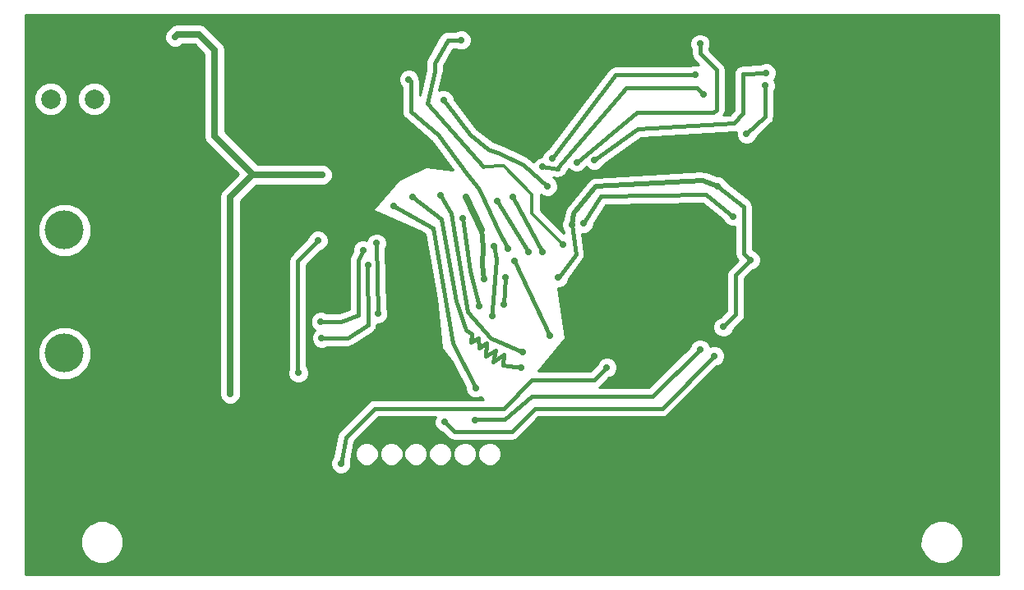
<source format=gbl>
G04 (created by PCBNEW (2013-08-24 BZR 4298)-stable) date Mon 23 Jun 2014 07:33:22 PM PDT*
%MOIN*%
G04 Gerber Fmt 3.4, Leading zero omitted, Abs format*
%FSLAX34Y34*%
G01*
G70*
G90*
G04 APERTURE LIST*
%ADD10C,0.005906*%
%ADD11C,0.078700*%
%ADD12C,0.157480*%
%ADD13C,0.023622*%
%ADD14R,0.098400X0.098400*%
%ADD15C,0.027559*%
%ADD16C,0.015748*%
%ADD17C,0.027559*%
%ADD18C,0.019685*%
%ADD19C,0.009843*%
%ADD20C,0.039370*%
%ADD21C,0.013780*%
%ADD22C,0.010000*%
G04 APERTURE END LIST*
G54D10*
G54D11*
X36890Y-28070D03*
X35118Y-28070D03*
G54D12*
X35681Y-38389D03*
X35681Y-33389D03*
G54D13*
X50003Y-35208D03*
X49703Y-34908D03*
X49703Y-35508D03*
X50303Y-34908D03*
X50303Y-35508D03*
G54D14*
X50003Y-35208D03*
G54D15*
X62401Y-37322D03*
X42401Y-40039D03*
X46141Y-31141D03*
X40157Y-25551D03*
X62165Y-31614D03*
X63502Y-34606D03*
X56259Y-33169D03*
X55712Y-35322D03*
X51968Y-32047D03*
X52598Y-33385D03*
X52685Y-35388D03*
X48389Y-36771D03*
X48334Y-33925D03*
X56732Y-33110D03*
X62795Y-32834D03*
X52503Y-36488D03*
X51822Y-32897D03*
X53937Y-34645D03*
X55381Y-37688D03*
X44724Y-39645D03*
X47755Y-40078D03*
X64803Y-29448D03*
X58385Y-32480D03*
X60551Y-25433D03*
X58267Y-30511D03*
X60905Y-32440D03*
X49527Y-25196D03*
X39133Y-31850D03*
X63897Y-33267D03*
X63858Y-36574D03*
X63740Y-37874D03*
X64173Y-39015D03*
X60118Y-38622D03*
X59291Y-39015D03*
X58346Y-38582D03*
X62598Y-38818D03*
X51614Y-39645D03*
X48228Y-31850D03*
X44724Y-32500D03*
X53110Y-29527D03*
X46889Y-36141D03*
X63582Y-35354D03*
X55118Y-32440D03*
X52322Y-41102D03*
X61456Y-38228D03*
X51102Y-41181D03*
X62047Y-38503D03*
X51062Y-28110D03*
X55275Y-31614D03*
X64133Y-27007D03*
X57165Y-30551D03*
X55078Y-30826D03*
X61614Y-27874D03*
X45960Y-33818D03*
X45165Y-39188D03*
X53484Y-36421D03*
X53562Y-35295D03*
X54275Y-38354D03*
X50944Y-31968D03*
X54200Y-38976D03*
X49814Y-32047D03*
X52362Y-39803D03*
X49035Y-32397D03*
X53031Y-36889D03*
X53110Y-34055D03*
X53858Y-32047D03*
X55078Y-34263D03*
X55472Y-30472D03*
X61259Y-27086D03*
X49645Y-27269D03*
X53661Y-34133D03*
X64094Y-27519D03*
X63346Y-29488D03*
X56456Y-30629D03*
X61456Y-25826D03*
X55905Y-33976D03*
X51771Y-25669D03*
X47783Y-34196D03*
X46074Y-37110D03*
X47984Y-34826D03*
X46114Y-37771D03*
X53228Y-32204D03*
X54507Y-34271D03*
X46889Y-42874D03*
X57677Y-38976D03*
G54D16*
X62913Y-35195D02*
X63502Y-34606D01*
X62913Y-36811D02*
X62913Y-35195D01*
X62401Y-37322D02*
X62913Y-36811D01*
G54D17*
X43346Y-31141D02*
X43307Y-31141D01*
X42401Y-32047D02*
X42401Y-40039D01*
X43307Y-31141D02*
X42401Y-32047D01*
X43346Y-31141D02*
X46141Y-31141D01*
X41771Y-29566D02*
X43346Y-31141D01*
X41771Y-26062D02*
X41771Y-29566D01*
X41141Y-25433D02*
X41771Y-26062D01*
X40275Y-25433D02*
X41141Y-25433D01*
X40157Y-25551D02*
X40275Y-25433D01*
G54D16*
X62165Y-31614D02*
X63228Y-32440D01*
X63228Y-34332D02*
X63502Y-34606D01*
X63228Y-34332D02*
X63228Y-32440D01*
G54D18*
X56259Y-33169D02*
X56338Y-32716D01*
X61574Y-31377D02*
X62165Y-31614D01*
X57244Y-31614D02*
X61574Y-31377D01*
X56338Y-32716D02*
X57244Y-31614D01*
G54D16*
X56417Y-34370D02*
X56259Y-33169D01*
X55732Y-35303D02*
X56417Y-34370D01*
G54D19*
X55712Y-35322D02*
X55732Y-35303D01*
G54D17*
X51968Y-32047D02*
X52598Y-33385D01*
G54D18*
X52657Y-34094D02*
X52598Y-33385D01*
X52637Y-34809D02*
X52657Y-34094D01*
X52685Y-35388D02*
X52637Y-34809D01*
G54D16*
X48334Y-33925D02*
X48389Y-36771D01*
X62795Y-32834D02*
X61692Y-31929D01*
X61692Y-31929D02*
X57440Y-32007D01*
X57440Y-32007D02*
X56732Y-33110D01*
X52503Y-36488D02*
X52129Y-35043D01*
X52129Y-35043D02*
X51822Y-32897D01*
X55381Y-37688D02*
X53937Y-34645D01*
X58346Y-38582D02*
X58377Y-38598D01*
G54D19*
X62598Y-38818D02*
X62598Y-38779D01*
G54D18*
X48228Y-31850D02*
X48228Y-31811D01*
G54D20*
X53110Y-29527D02*
X53129Y-29507D01*
G54D17*
X46889Y-36141D02*
X46889Y-36153D01*
G54D19*
X63582Y-35354D02*
X63582Y-35346D01*
X52362Y-41062D02*
X52322Y-41102D01*
G54D16*
X53543Y-41062D02*
X52362Y-41062D01*
X54645Y-40157D02*
X53543Y-41062D01*
X59527Y-40157D02*
X54645Y-40157D01*
X61456Y-38228D02*
X59527Y-40157D01*
X51496Y-41574D02*
X51102Y-41181D01*
X53818Y-41574D02*
X51496Y-41574D01*
X54763Y-40629D02*
X53818Y-41574D01*
X59921Y-40629D02*
X54763Y-40629D01*
X62047Y-38503D02*
X59921Y-40629D01*
X51062Y-28110D02*
X52125Y-29527D01*
X53346Y-30275D02*
X54291Y-30748D01*
X52874Y-30118D02*
X53346Y-30275D01*
X52125Y-29527D02*
X52874Y-30118D01*
X54291Y-30748D02*
X55275Y-31614D01*
X63188Y-28661D02*
X63197Y-28661D01*
X63188Y-27047D02*
X64133Y-27007D01*
X63197Y-28661D02*
X63188Y-27047D01*
X62834Y-29055D02*
X63188Y-28661D01*
X63188Y-28661D02*
X63203Y-28654D01*
X58937Y-29291D02*
X62834Y-29055D01*
X57165Y-30551D02*
X58937Y-29291D01*
X55708Y-30905D02*
X55708Y-30848D01*
X55078Y-30826D02*
X55708Y-30905D01*
X61338Y-27598D02*
X61614Y-27874D01*
X58464Y-27598D02*
X61338Y-27598D01*
X55708Y-30848D02*
X58464Y-27598D01*
X45122Y-34657D02*
X45960Y-33818D01*
X45122Y-39145D02*
X45122Y-34657D01*
G54D19*
X45165Y-39188D02*
X45122Y-39145D01*
G54D16*
X53484Y-36421D02*
X53562Y-35295D01*
X54275Y-38354D02*
X52980Y-37763D01*
X52980Y-37763D02*
X52043Y-36696D01*
X52043Y-36696D02*
X51484Y-33551D01*
X51377Y-32704D02*
X50944Y-31968D01*
X51484Y-33551D02*
X51377Y-32704D01*
X54200Y-38976D02*
X53452Y-38877D01*
X53452Y-38877D02*
X53500Y-38456D01*
X53500Y-38456D02*
X53070Y-38740D01*
X53070Y-38740D02*
X53149Y-38267D01*
X53149Y-38267D02*
X52755Y-38503D01*
X52755Y-38503D02*
X52799Y-37980D01*
X52799Y-37980D02*
X52503Y-38165D01*
X52503Y-38165D02*
X52476Y-37779D01*
X52476Y-37779D02*
X52165Y-37952D01*
X52165Y-37952D02*
X52204Y-37598D01*
X52204Y-37598D02*
X51968Y-37440D01*
X51968Y-37440D02*
X51562Y-36283D01*
X50972Y-32948D02*
X49814Y-32047D01*
X51562Y-36283D02*
X50972Y-32948D01*
X52362Y-39803D02*
X51421Y-37964D01*
X51421Y-37964D02*
X50629Y-33303D01*
X50629Y-33303D02*
X49035Y-32397D01*
X53110Y-34055D02*
X53114Y-34010D01*
X53114Y-34010D02*
X53188Y-34566D01*
X53188Y-34566D02*
X53031Y-36639D01*
X53031Y-36639D02*
X53031Y-36889D01*
X55078Y-34263D02*
X53858Y-32047D01*
X58031Y-27086D02*
X61259Y-27086D01*
X55472Y-30472D02*
X58031Y-27086D01*
X52480Y-31692D02*
X52047Y-31141D01*
X52047Y-31141D02*
X50826Y-29527D01*
X50826Y-29527D02*
X49724Y-28582D01*
X53267Y-33385D02*
X52598Y-31929D01*
X53661Y-34133D02*
X53267Y-33385D01*
X52598Y-31929D02*
X52480Y-31692D01*
X49724Y-27348D02*
X49724Y-28582D01*
X49724Y-27348D02*
X49645Y-27269D01*
X64094Y-28779D02*
X64094Y-27519D01*
X63346Y-29488D02*
X64094Y-28779D01*
X62125Y-28503D02*
X62125Y-26889D01*
X56456Y-30629D02*
X58897Y-28622D01*
X58897Y-28622D02*
X62007Y-28622D01*
X62007Y-28622D02*
X62125Y-28503D01*
X61456Y-26220D02*
X61456Y-25826D01*
X62125Y-26889D02*
X61456Y-26220D01*
X50688Y-26929D02*
X50688Y-26614D01*
G54D21*
X55905Y-33976D02*
X54645Y-32716D01*
X54645Y-32716D02*
X54645Y-31929D01*
X54645Y-31929D02*
X53503Y-30787D01*
X53503Y-30787D02*
X52677Y-30826D01*
G54D16*
X52677Y-30826D02*
X50393Y-28228D01*
X50393Y-28228D02*
X50688Y-26929D01*
X51220Y-25669D02*
X51771Y-25669D01*
X50688Y-26614D02*
X51220Y-25669D01*
X46905Y-37110D02*
X46074Y-37110D01*
X47586Y-36850D02*
X46905Y-37110D01*
X47586Y-34598D02*
X47586Y-36850D01*
X47783Y-34196D02*
X47586Y-34598D01*
X47173Y-37771D02*
X46114Y-37771D01*
X47988Y-37228D02*
X47173Y-37771D01*
X47968Y-34842D02*
X47988Y-37228D01*
G54D19*
X47984Y-34826D02*
X47968Y-34842D01*
G54D16*
X53228Y-32204D02*
X54507Y-34271D01*
X47086Y-41811D02*
X46889Y-42874D01*
X48267Y-40629D02*
X47086Y-41811D01*
X53503Y-40629D02*
X48267Y-40629D01*
X54645Y-39488D02*
X53503Y-40629D01*
X57165Y-39488D02*
X54645Y-39488D01*
X57677Y-38976D02*
X57165Y-39488D01*
G54D10*
G36*
X73572Y-47390D02*
X72136Y-47390D01*
X72136Y-45889D01*
X72003Y-45566D01*
X71757Y-45320D01*
X71435Y-45186D01*
X71086Y-45186D01*
X70763Y-45319D01*
X70516Y-45565D01*
X70383Y-45887D01*
X70382Y-46236D01*
X70516Y-46558D01*
X70762Y-46805D01*
X71084Y-46939D01*
X71433Y-46939D01*
X71755Y-46806D01*
X72002Y-46560D01*
X72136Y-46238D01*
X72136Y-45889D01*
X72136Y-47390D01*
X64557Y-47390D01*
X64557Y-26923D01*
X64493Y-26768D01*
X64374Y-26648D01*
X64218Y-26583D01*
X64049Y-26583D01*
X63893Y-26648D01*
X63889Y-26652D01*
X63173Y-26682D01*
X63110Y-26697D01*
X63047Y-26710D01*
X63041Y-26714D01*
X63035Y-26716D01*
X62983Y-26754D01*
X62929Y-26790D01*
X62925Y-26796D01*
X62920Y-26800D01*
X62886Y-26855D01*
X62851Y-26909D01*
X62849Y-26915D01*
X62846Y-26921D01*
X62836Y-26985D01*
X62824Y-27049D01*
X62831Y-28513D01*
X62663Y-28699D01*
X62415Y-28714D01*
X62463Y-28643D01*
X62463Y-28643D01*
X62490Y-28503D01*
X62490Y-26889D01*
X62463Y-26750D01*
X62463Y-26750D01*
X62384Y-26631D01*
X61821Y-26069D01*
X61821Y-26053D01*
X61880Y-25911D01*
X61880Y-25742D01*
X61816Y-25586D01*
X61697Y-25467D01*
X61541Y-25402D01*
X61372Y-25402D01*
X61216Y-25467D01*
X61097Y-25586D01*
X61032Y-25742D01*
X61032Y-25910D01*
X61091Y-26053D01*
X61091Y-26220D01*
X61119Y-26360D01*
X61198Y-26478D01*
X61409Y-26689D01*
X61344Y-26662D01*
X61175Y-26662D01*
X61032Y-26721D01*
X58031Y-26721D01*
X58006Y-26726D01*
X57981Y-26725D01*
X57937Y-26740D01*
X57891Y-26749D01*
X57870Y-26763D01*
X57846Y-26771D01*
X57812Y-26802D01*
X57773Y-26828D01*
X57759Y-26849D01*
X57740Y-26866D01*
X55311Y-30080D01*
X55232Y-30112D01*
X55113Y-30231D01*
X55048Y-30387D01*
X55048Y-30402D01*
X54994Y-30402D01*
X54838Y-30467D01*
X54719Y-30586D01*
X54703Y-30624D01*
X54532Y-30474D01*
X54491Y-30450D01*
X54454Y-30421D01*
X53509Y-29949D01*
X53484Y-29942D01*
X53461Y-29929D01*
X53050Y-29792D01*
X52389Y-29270D01*
X51487Y-28067D01*
X51487Y-28026D01*
X51422Y-27870D01*
X51303Y-27750D01*
X51147Y-27686D01*
X50979Y-27686D01*
X50881Y-27726D01*
X51044Y-27009D01*
X51045Y-26969D01*
X51053Y-26929D01*
X51053Y-26709D01*
X51433Y-26034D01*
X51544Y-26034D01*
X51686Y-26093D01*
X51855Y-26093D01*
X52011Y-26028D01*
X52130Y-25909D01*
X52195Y-25754D01*
X52195Y-25585D01*
X52131Y-25429D01*
X52012Y-25310D01*
X51856Y-25245D01*
X51687Y-25245D01*
X51544Y-25304D01*
X51220Y-25304D01*
X51171Y-25314D01*
X51122Y-25317D01*
X51102Y-25327D01*
X51080Y-25332D01*
X51039Y-25359D01*
X50995Y-25382D01*
X50980Y-25398D01*
X50962Y-25411D01*
X50934Y-25452D01*
X50902Y-25490D01*
X50370Y-26435D01*
X50363Y-26456D01*
X50351Y-26474D01*
X50341Y-26523D01*
X50325Y-26570D01*
X50327Y-26592D01*
X50323Y-26614D01*
X50323Y-26888D01*
X50089Y-27920D01*
X50089Y-27348D01*
X50069Y-27249D01*
X50069Y-27249D01*
X50069Y-27185D01*
X50005Y-27029D01*
X49886Y-26910D01*
X49730Y-26845D01*
X49561Y-26845D01*
X49405Y-26910D01*
X49286Y-27029D01*
X49221Y-27184D01*
X49221Y-27353D01*
X49285Y-27509D01*
X49359Y-27583D01*
X49359Y-28582D01*
X49362Y-28596D01*
X49360Y-28610D01*
X49376Y-28665D01*
X49387Y-28722D01*
X49395Y-28734D01*
X49398Y-28747D01*
X49434Y-28792D01*
X49466Y-28840D01*
X49478Y-28848D01*
X49486Y-28859D01*
X50559Y-29779D01*
X51432Y-30933D01*
X50344Y-30795D01*
X49222Y-31356D01*
X48173Y-32564D01*
X50122Y-33434D01*
X50299Y-33534D01*
X50750Y-36194D01*
X50959Y-38189D01*
X51404Y-38733D01*
X51938Y-39775D01*
X51938Y-39887D01*
X52002Y-40043D01*
X52121Y-40162D01*
X52277Y-40227D01*
X52446Y-40227D01*
X52582Y-40170D01*
X52660Y-40264D01*
X48813Y-40264D01*
X48813Y-36687D01*
X48750Y-36533D01*
X48703Y-34141D01*
X48758Y-34009D01*
X48758Y-33841D01*
X48694Y-33685D01*
X48575Y-33565D01*
X48419Y-33501D01*
X48250Y-33501D01*
X48094Y-33565D01*
X47975Y-33684D01*
X47928Y-33797D01*
X47868Y-33772D01*
X47699Y-33772D01*
X47543Y-33837D01*
X47424Y-33956D01*
X47359Y-34112D01*
X47359Y-34232D01*
X47258Y-34437D01*
X47255Y-34449D01*
X47249Y-34458D01*
X47237Y-34517D01*
X47222Y-34575D01*
X47223Y-34586D01*
X47221Y-34598D01*
X47221Y-36599D01*
X46838Y-36745D01*
X46565Y-36745D01*
X46565Y-31057D01*
X46501Y-30901D01*
X46382Y-30782D01*
X46226Y-30717D01*
X46057Y-30717D01*
X46057Y-30717D01*
X43522Y-30717D01*
X42195Y-29391D01*
X42195Y-26062D01*
X42163Y-25900D01*
X42071Y-25763D01*
X41441Y-25133D01*
X41303Y-25041D01*
X41141Y-25009D01*
X40275Y-25009D01*
X40113Y-25041D01*
X39975Y-25133D01*
X39857Y-25251D01*
X39798Y-25310D01*
X39733Y-25466D01*
X39733Y-25635D01*
X39797Y-25791D01*
X39916Y-25910D01*
X39995Y-25942D01*
X40072Y-25975D01*
X40157Y-25975D01*
X40241Y-25975D01*
X40319Y-25942D01*
X40397Y-25910D01*
X40451Y-25857D01*
X40966Y-25857D01*
X41347Y-26238D01*
X41347Y-29566D01*
X41379Y-29729D01*
X41471Y-29866D01*
X42727Y-31122D01*
X42101Y-31747D01*
X42009Y-31884D01*
X41977Y-32047D01*
X41977Y-40039D01*
X41977Y-40123D01*
X42041Y-40279D01*
X42161Y-40398D01*
X42239Y-40431D01*
X42316Y-40463D01*
X42401Y-40463D01*
X42485Y-40463D01*
X42563Y-40431D01*
X42641Y-40399D01*
X42701Y-40339D01*
X42760Y-40279D01*
X42793Y-40201D01*
X42825Y-40124D01*
X42825Y-40039D01*
X42825Y-39955D01*
X42825Y-39955D01*
X42825Y-32222D01*
X43482Y-31565D01*
X46141Y-31565D01*
X46141Y-31565D01*
X46225Y-31565D01*
X46303Y-31533D01*
X46381Y-31501D01*
X46441Y-31441D01*
X46500Y-31382D01*
X46533Y-31303D01*
X46565Y-31226D01*
X46565Y-31141D01*
X46565Y-31057D01*
X46565Y-36745D01*
X46384Y-36745D01*
X46384Y-33734D01*
X46320Y-33579D01*
X46201Y-33459D01*
X46045Y-33394D01*
X45876Y-33394D01*
X45720Y-33459D01*
X45601Y-33578D01*
X45541Y-33721D01*
X44863Y-34399D01*
X44784Y-34517D01*
X44757Y-34657D01*
X44757Y-39066D01*
X44741Y-39104D01*
X44741Y-39272D01*
X44805Y-39428D01*
X44924Y-39548D01*
X45080Y-39612D01*
X45249Y-39613D01*
X45405Y-39548D01*
X45524Y-39429D01*
X45589Y-39273D01*
X45589Y-39105D01*
X45525Y-38949D01*
X45487Y-38911D01*
X45487Y-34808D01*
X46058Y-34237D01*
X46200Y-34178D01*
X46319Y-34059D01*
X46384Y-33903D01*
X46384Y-33734D01*
X46384Y-36745D01*
X46301Y-36745D01*
X46159Y-36686D01*
X45990Y-36686D01*
X45834Y-36750D01*
X45715Y-36869D01*
X45650Y-37025D01*
X45650Y-37194D01*
X45715Y-37350D01*
X45825Y-37460D01*
X45754Y-37531D01*
X45690Y-37686D01*
X45690Y-37855D01*
X45754Y-38011D01*
X45873Y-38130D01*
X46029Y-38195D01*
X46198Y-38195D01*
X46341Y-38136D01*
X47173Y-38136D01*
X47208Y-38129D01*
X47244Y-38129D01*
X47277Y-38115D01*
X47312Y-38108D01*
X47342Y-38088D01*
X47375Y-38075D01*
X48190Y-37532D01*
X48217Y-37505D01*
X48248Y-37484D01*
X48267Y-37455D01*
X48291Y-37431D01*
X48305Y-37396D01*
X48326Y-37365D01*
X48332Y-37331D01*
X48346Y-37299D01*
X48346Y-37262D01*
X48353Y-37225D01*
X48352Y-37195D01*
X48473Y-37195D01*
X48629Y-37131D01*
X48749Y-37012D01*
X48813Y-36856D01*
X48813Y-36687D01*
X48813Y-40264D01*
X48267Y-40264D01*
X48128Y-40292D01*
X48009Y-40371D01*
X46828Y-41552D01*
X46807Y-41584D01*
X46780Y-41612D01*
X46768Y-41643D01*
X46749Y-41671D01*
X46741Y-41708D01*
X46727Y-41744D01*
X46570Y-42593D01*
X46530Y-42633D01*
X46465Y-42789D01*
X46465Y-42957D01*
X46530Y-43113D01*
X46649Y-43233D01*
X46805Y-43297D01*
X46973Y-43298D01*
X47129Y-43233D01*
X47249Y-43114D01*
X47313Y-42958D01*
X47313Y-42790D01*
X47288Y-42727D01*
X47424Y-41988D01*
X48418Y-40994D01*
X50720Y-40994D01*
X50678Y-41096D01*
X50678Y-41265D01*
X50742Y-41420D01*
X50861Y-41540D01*
X51004Y-41599D01*
X51237Y-41832D01*
X51356Y-41911D01*
X51356Y-41911D01*
X51496Y-41939D01*
X53818Y-41939D01*
X53958Y-41911D01*
X53958Y-41911D01*
X54076Y-41832D01*
X54914Y-40994D01*
X59921Y-40994D01*
X60060Y-40967D01*
X60060Y-40967D01*
X60179Y-40887D01*
X62144Y-38922D01*
X62287Y-38863D01*
X62406Y-38744D01*
X62471Y-38588D01*
X62471Y-38419D01*
X62406Y-38264D01*
X62287Y-38144D01*
X62131Y-38079D01*
X61963Y-38079D01*
X61870Y-38118D01*
X61816Y-37988D01*
X61697Y-37869D01*
X61541Y-37804D01*
X61372Y-37804D01*
X61216Y-37868D01*
X61097Y-37987D01*
X61038Y-38130D01*
X59376Y-39792D01*
X57354Y-39792D01*
X57423Y-39746D01*
X57774Y-39394D01*
X57917Y-39336D01*
X58036Y-39216D01*
X58101Y-39061D01*
X58101Y-38892D01*
X58036Y-38736D01*
X57917Y-38617D01*
X57761Y-38552D01*
X57593Y-38552D01*
X57437Y-38616D01*
X57317Y-38735D01*
X57258Y-38878D01*
X57014Y-39123D01*
X54892Y-39123D01*
X55984Y-37793D01*
X55697Y-35746D01*
X55796Y-35746D01*
X55952Y-35682D01*
X56071Y-35563D01*
X56136Y-35407D01*
X56136Y-35369D01*
X56711Y-34586D01*
X56739Y-34525D01*
X56769Y-34464D01*
X56770Y-34460D01*
X56771Y-34457D01*
X56774Y-34389D01*
X56779Y-34322D01*
X56675Y-33534D01*
X56816Y-33534D01*
X56972Y-33469D01*
X57091Y-33350D01*
X57156Y-33194D01*
X57156Y-33125D01*
X57642Y-32369D01*
X61565Y-32296D01*
X62396Y-32979D01*
X62435Y-33074D01*
X62554Y-33193D01*
X62710Y-33258D01*
X62863Y-33258D01*
X62863Y-34332D01*
X62891Y-34471D01*
X62970Y-34590D01*
X62986Y-34606D01*
X62655Y-34937D01*
X62576Y-35055D01*
X62548Y-35195D01*
X62548Y-36659D01*
X62303Y-36904D01*
X62161Y-36963D01*
X62042Y-37082D01*
X61977Y-37238D01*
X61977Y-37406D01*
X62041Y-37562D01*
X62161Y-37682D01*
X62316Y-37746D01*
X62485Y-37746D01*
X62641Y-37682D01*
X62760Y-37563D01*
X62820Y-37420D01*
X63171Y-37069D01*
X63250Y-36950D01*
X63250Y-36950D01*
X63278Y-36811D01*
X63278Y-35346D01*
X63600Y-35024D01*
X63742Y-34966D01*
X63861Y-34846D01*
X63926Y-34691D01*
X63926Y-34522D01*
X63862Y-34366D01*
X63743Y-34247D01*
X63600Y-34187D01*
X63593Y-34180D01*
X63593Y-32440D01*
X63588Y-32418D01*
X63590Y-32395D01*
X63575Y-32349D01*
X63565Y-32301D01*
X63552Y-32282D01*
X63545Y-32260D01*
X63513Y-32223D01*
X63486Y-32182D01*
X63467Y-32170D01*
X63452Y-32152D01*
X62559Y-31458D01*
X62525Y-31374D01*
X62405Y-31254D01*
X62250Y-31190D01*
X62140Y-31190D01*
X61717Y-31020D01*
X61709Y-31019D01*
X61702Y-31015D01*
X61636Y-31005D01*
X61570Y-30993D01*
X61562Y-30995D01*
X61553Y-30993D01*
X57223Y-31230D01*
X57214Y-31232D01*
X57206Y-31231D01*
X57142Y-31250D01*
X57077Y-31267D01*
X57071Y-31272D01*
X57062Y-31274D01*
X57011Y-31317D01*
X56957Y-31357D01*
X56953Y-31364D01*
X56946Y-31370D01*
X56041Y-32472D01*
X56030Y-32493D01*
X56013Y-32510D01*
X55995Y-32558D01*
X55970Y-32604D01*
X55968Y-32628D01*
X55959Y-32650D01*
X55913Y-32915D01*
X55900Y-32928D01*
X55835Y-33084D01*
X55835Y-33253D01*
X55900Y-33409D01*
X55926Y-33435D01*
X55935Y-33504D01*
X55000Y-32569D01*
X55000Y-31939D01*
X55035Y-31973D01*
X55190Y-32038D01*
X55359Y-32038D01*
X55515Y-31973D01*
X55634Y-31854D01*
X55699Y-31698D01*
X55699Y-31530D01*
X55635Y-31374D01*
X55516Y-31254D01*
X55496Y-31246D01*
X55663Y-31267D01*
X55686Y-31266D01*
X55708Y-31270D01*
X55756Y-31260D01*
X55805Y-31257D01*
X55825Y-31247D01*
X55848Y-31242D01*
X55888Y-31215D01*
X55932Y-31193D01*
X55947Y-31176D01*
X55966Y-31163D01*
X55993Y-31122D01*
X56025Y-31085D01*
X56033Y-31064D01*
X56045Y-31045D01*
X56053Y-31005D01*
X56135Y-30908D01*
X56216Y-30989D01*
X56371Y-31053D01*
X56540Y-31054D01*
X56696Y-30989D01*
X56815Y-30870D01*
X56836Y-30821D01*
X56924Y-30910D01*
X57080Y-30975D01*
X57249Y-30975D01*
X57405Y-30910D01*
X57524Y-30791D01*
X57552Y-30723D01*
X59063Y-29649D01*
X62856Y-29419D01*
X62923Y-29401D01*
X62922Y-29403D01*
X62922Y-29572D01*
X62986Y-29728D01*
X63105Y-29847D01*
X63261Y-29912D01*
X63430Y-29912D01*
X63586Y-29847D01*
X63705Y-29728D01*
X63759Y-29599D01*
X64345Y-29044D01*
X64348Y-29040D01*
X64352Y-29037D01*
X64389Y-28982D01*
X64427Y-28928D01*
X64428Y-28923D01*
X64431Y-28919D01*
X64444Y-28854D01*
X64459Y-28789D01*
X64458Y-28784D01*
X64459Y-28779D01*
X64459Y-27746D01*
X64518Y-27604D01*
X64518Y-27435D01*
X64456Y-27285D01*
X64493Y-27248D01*
X64557Y-27092D01*
X64557Y-26923D01*
X64557Y-47390D01*
X53408Y-47390D01*
X53408Y-42384D01*
X53334Y-42207D01*
X53199Y-42071D01*
X53021Y-41997D01*
X52829Y-41997D01*
X52651Y-42070D01*
X52515Y-42206D01*
X52442Y-42383D01*
X52441Y-42575D01*
X52515Y-42753D01*
X52651Y-42889D01*
X52828Y-42963D01*
X53020Y-42963D01*
X53198Y-42890D01*
X53334Y-42754D01*
X53408Y-42576D01*
X53408Y-42384D01*
X53408Y-47390D01*
X52408Y-47390D01*
X52408Y-42384D01*
X52334Y-42207D01*
X52199Y-42071D01*
X52021Y-41997D01*
X51829Y-41997D01*
X51651Y-42070D01*
X51515Y-42206D01*
X51442Y-42383D01*
X51441Y-42575D01*
X51515Y-42753D01*
X51651Y-42889D01*
X51828Y-42963D01*
X52020Y-42963D01*
X52198Y-42890D01*
X52334Y-42754D01*
X52408Y-42576D01*
X52408Y-42384D01*
X52408Y-47390D01*
X51412Y-47390D01*
X51412Y-42384D01*
X51338Y-42207D01*
X51203Y-42071D01*
X51025Y-41997D01*
X50833Y-41997D01*
X50655Y-42070D01*
X50519Y-42206D01*
X50446Y-42383D01*
X50445Y-42575D01*
X50519Y-42753D01*
X50655Y-42889D01*
X50832Y-42963D01*
X51024Y-42963D01*
X51202Y-42890D01*
X51338Y-42754D01*
X51412Y-42576D01*
X51412Y-42384D01*
X51412Y-47390D01*
X50412Y-47390D01*
X50412Y-42384D01*
X50338Y-42207D01*
X50203Y-42071D01*
X50025Y-41997D01*
X49833Y-41997D01*
X49655Y-42070D01*
X49519Y-42206D01*
X49446Y-42383D01*
X49445Y-42575D01*
X49519Y-42753D01*
X49655Y-42889D01*
X49832Y-42963D01*
X50024Y-42963D01*
X50202Y-42890D01*
X50338Y-42754D01*
X50412Y-42576D01*
X50412Y-42384D01*
X50412Y-47390D01*
X49416Y-47390D01*
X49416Y-42384D01*
X49342Y-42207D01*
X49207Y-42071D01*
X49029Y-41997D01*
X48837Y-41997D01*
X48659Y-42070D01*
X48523Y-42206D01*
X48450Y-42383D01*
X48449Y-42575D01*
X48523Y-42753D01*
X48659Y-42889D01*
X48836Y-42963D01*
X49028Y-42963D01*
X49206Y-42890D01*
X49342Y-42754D01*
X49416Y-42576D01*
X49416Y-42384D01*
X49416Y-47390D01*
X48416Y-47390D01*
X48416Y-42384D01*
X48342Y-42207D01*
X48207Y-42071D01*
X48029Y-41997D01*
X47837Y-41997D01*
X47659Y-42070D01*
X47523Y-42206D01*
X47450Y-42383D01*
X47449Y-42575D01*
X47523Y-42753D01*
X47659Y-42889D01*
X47836Y-42963D01*
X48028Y-42963D01*
X48206Y-42890D01*
X48342Y-42754D01*
X48416Y-42576D01*
X48416Y-42384D01*
X48416Y-47390D01*
X38081Y-47390D01*
X38081Y-45889D01*
X37948Y-45566D01*
X37702Y-45320D01*
X37569Y-45265D01*
X37569Y-27936D01*
X37466Y-27686D01*
X37275Y-27494D01*
X37025Y-27391D01*
X36755Y-27391D01*
X36505Y-27494D01*
X36314Y-27685D01*
X36210Y-27935D01*
X36210Y-28205D01*
X36313Y-28455D01*
X36504Y-28646D01*
X36754Y-28750D01*
X37024Y-28750D01*
X37274Y-28647D01*
X37465Y-28456D01*
X37569Y-28206D01*
X37569Y-27936D01*
X37569Y-45265D01*
X37379Y-45186D01*
X37031Y-45186D01*
X36754Y-45300D01*
X36754Y-38177D01*
X36754Y-33177D01*
X36591Y-32782D01*
X36290Y-32480D01*
X35895Y-32316D01*
X35797Y-32316D01*
X35797Y-27936D01*
X35694Y-27686D01*
X35503Y-27494D01*
X35253Y-27391D01*
X34983Y-27391D01*
X34733Y-27494D01*
X34542Y-27685D01*
X34438Y-27935D01*
X34438Y-28205D01*
X34541Y-28455D01*
X34732Y-28646D01*
X34982Y-28750D01*
X35252Y-28750D01*
X35502Y-28647D01*
X35693Y-28456D01*
X35797Y-28206D01*
X35797Y-27936D01*
X35797Y-32316D01*
X35468Y-32315D01*
X35073Y-32479D01*
X34771Y-32780D01*
X34607Y-33175D01*
X34607Y-33602D01*
X34770Y-33997D01*
X35072Y-34299D01*
X35466Y-34463D01*
X35893Y-34463D01*
X36288Y-34300D01*
X36590Y-33998D01*
X36754Y-33604D01*
X36754Y-33177D01*
X36754Y-38177D01*
X36591Y-37782D01*
X36290Y-37480D01*
X35895Y-37316D01*
X35468Y-37315D01*
X35073Y-37479D01*
X34771Y-37780D01*
X34607Y-38175D01*
X34607Y-38602D01*
X34770Y-38997D01*
X35072Y-39299D01*
X35466Y-39463D01*
X35893Y-39463D01*
X36288Y-39300D01*
X36590Y-38998D01*
X36754Y-38604D01*
X36754Y-38177D01*
X36754Y-45300D01*
X36708Y-45319D01*
X36461Y-45565D01*
X36328Y-45887D01*
X36327Y-46236D01*
X36461Y-46558D01*
X36707Y-46805D01*
X37029Y-46939D01*
X37378Y-46939D01*
X37700Y-46806D01*
X37947Y-46560D01*
X38081Y-46238D01*
X38081Y-45889D01*
X38081Y-47390D01*
X34105Y-47390D01*
X34105Y-24656D01*
X73572Y-24656D01*
X73572Y-47390D01*
X73572Y-47390D01*
G37*
G54D22*
X73572Y-47390D02*
X72136Y-47390D01*
X72136Y-45889D01*
X72003Y-45566D01*
X71757Y-45320D01*
X71435Y-45186D01*
X71086Y-45186D01*
X70763Y-45319D01*
X70516Y-45565D01*
X70383Y-45887D01*
X70382Y-46236D01*
X70516Y-46558D01*
X70762Y-46805D01*
X71084Y-46939D01*
X71433Y-46939D01*
X71755Y-46806D01*
X72002Y-46560D01*
X72136Y-46238D01*
X72136Y-45889D01*
X72136Y-47390D01*
X64557Y-47390D01*
X64557Y-26923D01*
X64493Y-26768D01*
X64374Y-26648D01*
X64218Y-26583D01*
X64049Y-26583D01*
X63893Y-26648D01*
X63889Y-26652D01*
X63173Y-26682D01*
X63110Y-26697D01*
X63047Y-26710D01*
X63041Y-26714D01*
X63035Y-26716D01*
X62983Y-26754D01*
X62929Y-26790D01*
X62925Y-26796D01*
X62920Y-26800D01*
X62886Y-26855D01*
X62851Y-26909D01*
X62849Y-26915D01*
X62846Y-26921D01*
X62836Y-26985D01*
X62824Y-27049D01*
X62831Y-28513D01*
X62663Y-28699D01*
X62415Y-28714D01*
X62463Y-28643D01*
X62463Y-28643D01*
X62490Y-28503D01*
X62490Y-26889D01*
X62463Y-26750D01*
X62463Y-26750D01*
X62384Y-26631D01*
X61821Y-26069D01*
X61821Y-26053D01*
X61880Y-25911D01*
X61880Y-25742D01*
X61816Y-25586D01*
X61697Y-25467D01*
X61541Y-25402D01*
X61372Y-25402D01*
X61216Y-25467D01*
X61097Y-25586D01*
X61032Y-25742D01*
X61032Y-25910D01*
X61091Y-26053D01*
X61091Y-26220D01*
X61119Y-26360D01*
X61198Y-26478D01*
X61409Y-26689D01*
X61344Y-26662D01*
X61175Y-26662D01*
X61032Y-26721D01*
X58031Y-26721D01*
X58006Y-26726D01*
X57981Y-26725D01*
X57937Y-26740D01*
X57891Y-26749D01*
X57870Y-26763D01*
X57846Y-26771D01*
X57812Y-26802D01*
X57773Y-26828D01*
X57759Y-26849D01*
X57740Y-26866D01*
X55311Y-30080D01*
X55232Y-30112D01*
X55113Y-30231D01*
X55048Y-30387D01*
X55048Y-30402D01*
X54994Y-30402D01*
X54838Y-30467D01*
X54719Y-30586D01*
X54703Y-30624D01*
X54532Y-30474D01*
X54491Y-30450D01*
X54454Y-30421D01*
X53509Y-29949D01*
X53484Y-29942D01*
X53461Y-29929D01*
X53050Y-29792D01*
X52389Y-29270D01*
X51487Y-28067D01*
X51487Y-28026D01*
X51422Y-27870D01*
X51303Y-27750D01*
X51147Y-27686D01*
X50979Y-27686D01*
X50881Y-27726D01*
X51044Y-27009D01*
X51045Y-26969D01*
X51053Y-26929D01*
X51053Y-26709D01*
X51433Y-26034D01*
X51544Y-26034D01*
X51686Y-26093D01*
X51855Y-26093D01*
X52011Y-26028D01*
X52130Y-25909D01*
X52195Y-25754D01*
X52195Y-25585D01*
X52131Y-25429D01*
X52012Y-25310D01*
X51856Y-25245D01*
X51687Y-25245D01*
X51544Y-25304D01*
X51220Y-25304D01*
X51171Y-25314D01*
X51122Y-25317D01*
X51102Y-25327D01*
X51080Y-25332D01*
X51039Y-25359D01*
X50995Y-25382D01*
X50980Y-25398D01*
X50962Y-25411D01*
X50934Y-25452D01*
X50902Y-25490D01*
X50370Y-26435D01*
X50363Y-26456D01*
X50351Y-26474D01*
X50341Y-26523D01*
X50325Y-26570D01*
X50327Y-26592D01*
X50323Y-26614D01*
X50323Y-26888D01*
X50089Y-27920D01*
X50089Y-27348D01*
X50069Y-27249D01*
X50069Y-27249D01*
X50069Y-27185D01*
X50005Y-27029D01*
X49886Y-26910D01*
X49730Y-26845D01*
X49561Y-26845D01*
X49405Y-26910D01*
X49286Y-27029D01*
X49221Y-27184D01*
X49221Y-27353D01*
X49285Y-27509D01*
X49359Y-27583D01*
X49359Y-28582D01*
X49362Y-28596D01*
X49360Y-28610D01*
X49376Y-28665D01*
X49387Y-28722D01*
X49395Y-28734D01*
X49398Y-28747D01*
X49434Y-28792D01*
X49466Y-28840D01*
X49478Y-28848D01*
X49486Y-28859D01*
X50559Y-29779D01*
X51432Y-30933D01*
X50344Y-30795D01*
X49222Y-31356D01*
X48173Y-32564D01*
X50122Y-33434D01*
X50299Y-33534D01*
X50750Y-36194D01*
X50959Y-38189D01*
X51404Y-38733D01*
X51938Y-39775D01*
X51938Y-39887D01*
X52002Y-40043D01*
X52121Y-40162D01*
X52277Y-40227D01*
X52446Y-40227D01*
X52582Y-40170D01*
X52660Y-40264D01*
X48813Y-40264D01*
X48813Y-36687D01*
X48750Y-36533D01*
X48703Y-34141D01*
X48758Y-34009D01*
X48758Y-33841D01*
X48694Y-33685D01*
X48575Y-33565D01*
X48419Y-33501D01*
X48250Y-33501D01*
X48094Y-33565D01*
X47975Y-33684D01*
X47928Y-33797D01*
X47868Y-33772D01*
X47699Y-33772D01*
X47543Y-33837D01*
X47424Y-33956D01*
X47359Y-34112D01*
X47359Y-34232D01*
X47258Y-34437D01*
X47255Y-34449D01*
X47249Y-34458D01*
X47237Y-34517D01*
X47222Y-34575D01*
X47223Y-34586D01*
X47221Y-34598D01*
X47221Y-36599D01*
X46838Y-36745D01*
X46565Y-36745D01*
X46565Y-31057D01*
X46501Y-30901D01*
X46382Y-30782D01*
X46226Y-30717D01*
X46057Y-30717D01*
X46057Y-30717D01*
X43522Y-30717D01*
X42195Y-29391D01*
X42195Y-26062D01*
X42163Y-25900D01*
X42071Y-25763D01*
X41441Y-25133D01*
X41303Y-25041D01*
X41141Y-25009D01*
X40275Y-25009D01*
X40113Y-25041D01*
X39975Y-25133D01*
X39857Y-25251D01*
X39798Y-25310D01*
X39733Y-25466D01*
X39733Y-25635D01*
X39797Y-25791D01*
X39916Y-25910D01*
X39995Y-25942D01*
X40072Y-25975D01*
X40157Y-25975D01*
X40241Y-25975D01*
X40319Y-25942D01*
X40397Y-25910D01*
X40451Y-25857D01*
X40966Y-25857D01*
X41347Y-26238D01*
X41347Y-29566D01*
X41379Y-29729D01*
X41471Y-29866D01*
X42727Y-31122D01*
X42101Y-31747D01*
X42009Y-31884D01*
X41977Y-32047D01*
X41977Y-40039D01*
X41977Y-40123D01*
X42041Y-40279D01*
X42161Y-40398D01*
X42239Y-40431D01*
X42316Y-40463D01*
X42401Y-40463D01*
X42485Y-40463D01*
X42563Y-40431D01*
X42641Y-40399D01*
X42701Y-40339D01*
X42760Y-40279D01*
X42793Y-40201D01*
X42825Y-40124D01*
X42825Y-40039D01*
X42825Y-39955D01*
X42825Y-39955D01*
X42825Y-32222D01*
X43482Y-31565D01*
X46141Y-31565D01*
X46141Y-31565D01*
X46225Y-31565D01*
X46303Y-31533D01*
X46381Y-31501D01*
X46441Y-31441D01*
X46500Y-31382D01*
X46533Y-31303D01*
X46565Y-31226D01*
X46565Y-31141D01*
X46565Y-31057D01*
X46565Y-36745D01*
X46384Y-36745D01*
X46384Y-33734D01*
X46320Y-33579D01*
X46201Y-33459D01*
X46045Y-33394D01*
X45876Y-33394D01*
X45720Y-33459D01*
X45601Y-33578D01*
X45541Y-33721D01*
X44863Y-34399D01*
X44784Y-34517D01*
X44757Y-34657D01*
X44757Y-39066D01*
X44741Y-39104D01*
X44741Y-39272D01*
X44805Y-39428D01*
X44924Y-39548D01*
X45080Y-39612D01*
X45249Y-39613D01*
X45405Y-39548D01*
X45524Y-39429D01*
X45589Y-39273D01*
X45589Y-39105D01*
X45525Y-38949D01*
X45487Y-38911D01*
X45487Y-34808D01*
X46058Y-34237D01*
X46200Y-34178D01*
X46319Y-34059D01*
X46384Y-33903D01*
X46384Y-33734D01*
X46384Y-36745D01*
X46301Y-36745D01*
X46159Y-36686D01*
X45990Y-36686D01*
X45834Y-36750D01*
X45715Y-36869D01*
X45650Y-37025D01*
X45650Y-37194D01*
X45715Y-37350D01*
X45825Y-37460D01*
X45754Y-37531D01*
X45690Y-37686D01*
X45690Y-37855D01*
X45754Y-38011D01*
X45873Y-38130D01*
X46029Y-38195D01*
X46198Y-38195D01*
X46341Y-38136D01*
X47173Y-38136D01*
X47208Y-38129D01*
X47244Y-38129D01*
X47277Y-38115D01*
X47312Y-38108D01*
X47342Y-38088D01*
X47375Y-38075D01*
X48190Y-37532D01*
X48217Y-37505D01*
X48248Y-37484D01*
X48267Y-37455D01*
X48291Y-37431D01*
X48305Y-37396D01*
X48326Y-37365D01*
X48332Y-37331D01*
X48346Y-37299D01*
X48346Y-37262D01*
X48353Y-37225D01*
X48352Y-37195D01*
X48473Y-37195D01*
X48629Y-37131D01*
X48749Y-37012D01*
X48813Y-36856D01*
X48813Y-36687D01*
X48813Y-40264D01*
X48267Y-40264D01*
X48128Y-40292D01*
X48009Y-40371D01*
X46828Y-41552D01*
X46807Y-41584D01*
X46780Y-41612D01*
X46768Y-41643D01*
X46749Y-41671D01*
X46741Y-41708D01*
X46727Y-41744D01*
X46570Y-42593D01*
X46530Y-42633D01*
X46465Y-42789D01*
X46465Y-42957D01*
X46530Y-43113D01*
X46649Y-43233D01*
X46805Y-43297D01*
X46973Y-43298D01*
X47129Y-43233D01*
X47249Y-43114D01*
X47313Y-42958D01*
X47313Y-42790D01*
X47288Y-42727D01*
X47424Y-41988D01*
X48418Y-40994D01*
X50720Y-40994D01*
X50678Y-41096D01*
X50678Y-41265D01*
X50742Y-41420D01*
X50861Y-41540D01*
X51004Y-41599D01*
X51237Y-41832D01*
X51356Y-41911D01*
X51356Y-41911D01*
X51496Y-41939D01*
X53818Y-41939D01*
X53958Y-41911D01*
X53958Y-41911D01*
X54076Y-41832D01*
X54914Y-40994D01*
X59921Y-40994D01*
X60060Y-40967D01*
X60060Y-40967D01*
X60179Y-40887D01*
X62144Y-38922D01*
X62287Y-38863D01*
X62406Y-38744D01*
X62471Y-38588D01*
X62471Y-38419D01*
X62406Y-38264D01*
X62287Y-38144D01*
X62131Y-38079D01*
X61963Y-38079D01*
X61870Y-38118D01*
X61816Y-37988D01*
X61697Y-37869D01*
X61541Y-37804D01*
X61372Y-37804D01*
X61216Y-37868D01*
X61097Y-37987D01*
X61038Y-38130D01*
X59376Y-39792D01*
X57354Y-39792D01*
X57423Y-39746D01*
X57774Y-39394D01*
X57917Y-39336D01*
X58036Y-39216D01*
X58101Y-39061D01*
X58101Y-38892D01*
X58036Y-38736D01*
X57917Y-38617D01*
X57761Y-38552D01*
X57593Y-38552D01*
X57437Y-38616D01*
X57317Y-38735D01*
X57258Y-38878D01*
X57014Y-39123D01*
X54892Y-39123D01*
X55984Y-37793D01*
X55697Y-35746D01*
X55796Y-35746D01*
X55952Y-35682D01*
X56071Y-35563D01*
X56136Y-35407D01*
X56136Y-35369D01*
X56711Y-34586D01*
X56739Y-34525D01*
X56769Y-34464D01*
X56770Y-34460D01*
X56771Y-34457D01*
X56774Y-34389D01*
X56779Y-34322D01*
X56675Y-33534D01*
X56816Y-33534D01*
X56972Y-33469D01*
X57091Y-33350D01*
X57156Y-33194D01*
X57156Y-33125D01*
X57642Y-32369D01*
X61565Y-32296D01*
X62396Y-32979D01*
X62435Y-33074D01*
X62554Y-33193D01*
X62710Y-33258D01*
X62863Y-33258D01*
X62863Y-34332D01*
X62891Y-34471D01*
X62970Y-34590D01*
X62986Y-34606D01*
X62655Y-34937D01*
X62576Y-35055D01*
X62548Y-35195D01*
X62548Y-36659D01*
X62303Y-36904D01*
X62161Y-36963D01*
X62042Y-37082D01*
X61977Y-37238D01*
X61977Y-37406D01*
X62041Y-37562D01*
X62161Y-37682D01*
X62316Y-37746D01*
X62485Y-37746D01*
X62641Y-37682D01*
X62760Y-37563D01*
X62820Y-37420D01*
X63171Y-37069D01*
X63250Y-36950D01*
X63250Y-36950D01*
X63278Y-36811D01*
X63278Y-35346D01*
X63600Y-35024D01*
X63742Y-34966D01*
X63861Y-34846D01*
X63926Y-34691D01*
X63926Y-34522D01*
X63862Y-34366D01*
X63743Y-34247D01*
X63600Y-34187D01*
X63593Y-34180D01*
X63593Y-32440D01*
X63588Y-32418D01*
X63590Y-32395D01*
X63575Y-32349D01*
X63565Y-32301D01*
X63552Y-32282D01*
X63545Y-32260D01*
X63513Y-32223D01*
X63486Y-32182D01*
X63467Y-32170D01*
X63452Y-32152D01*
X62559Y-31458D01*
X62525Y-31374D01*
X62405Y-31254D01*
X62250Y-31190D01*
X62140Y-31190D01*
X61717Y-31020D01*
X61709Y-31019D01*
X61702Y-31015D01*
X61636Y-31005D01*
X61570Y-30993D01*
X61562Y-30995D01*
X61553Y-30993D01*
X57223Y-31230D01*
X57214Y-31232D01*
X57206Y-31231D01*
X57142Y-31250D01*
X57077Y-31267D01*
X57071Y-31272D01*
X57062Y-31274D01*
X57011Y-31317D01*
X56957Y-31357D01*
X56953Y-31364D01*
X56946Y-31370D01*
X56041Y-32472D01*
X56030Y-32493D01*
X56013Y-32510D01*
X55995Y-32558D01*
X55970Y-32604D01*
X55968Y-32628D01*
X55959Y-32650D01*
X55913Y-32915D01*
X55900Y-32928D01*
X55835Y-33084D01*
X55835Y-33253D01*
X55900Y-33409D01*
X55926Y-33435D01*
X55935Y-33504D01*
X55000Y-32569D01*
X55000Y-31939D01*
X55035Y-31973D01*
X55190Y-32038D01*
X55359Y-32038D01*
X55515Y-31973D01*
X55634Y-31854D01*
X55699Y-31698D01*
X55699Y-31530D01*
X55635Y-31374D01*
X55516Y-31254D01*
X55496Y-31246D01*
X55663Y-31267D01*
X55686Y-31266D01*
X55708Y-31270D01*
X55756Y-31260D01*
X55805Y-31257D01*
X55825Y-31247D01*
X55848Y-31242D01*
X55888Y-31215D01*
X55932Y-31193D01*
X55947Y-31176D01*
X55966Y-31163D01*
X55993Y-31122D01*
X56025Y-31085D01*
X56033Y-31064D01*
X56045Y-31045D01*
X56053Y-31005D01*
X56135Y-30908D01*
X56216Y-30989D01*
X56371Y-31053D01*
X56540Y-31054D01*
X56696Y-30989D01*
X56815Y-30870D01*
X56836Y-30821D01*
X56924Y-30910D01*
X57080Y-30975D01*
X57249Y-30975D01*
X57405Y-30910D01*
X57524Y-30791D01*
X57552Y-30723D01*
X59063Y-29649D01*
X62856Y-29419D01*
X62923Y-29401D01*
X62922Y-29403D01*
X62922Y-29572D01*
X62986Y-29728D01*
X63105Y-29847D01*
X63261Y-29912D01*
X63430Y-29912D01*
X63586Y-29847D01*
X63705Y-29728D01*
X63759Y-29599D01*
X64345Y-29044D01*
X64348Y-29040D01*
X64352Y-29037D01*
X64389Y-28982D01*
X64427Y-28928D01*
X64428Y-28923D01*
X64431Y-28919D01*
X64444Y-28854D01*
X64459Y-28789D01*
X64458Y-28784D01*
X64459Y-28779D01*
X64459Y-27746D01*
X64518Y-27604D01*
X64518Y-27435D01*
X64456Y-27285D01*
X64493Y-27248D01*
X64557Y-27092D01*
X64557Y-26923D01*
X64557Y-47390D01*
X53408Y-47390D01*
X53408Y-42384D01*
X53334Y-42207D01*
X53199Y-42071D01*
X53021Y-41997D01*
X52829Y-41997D01*
X52651Y-42070D01*
X52515Y-42206D01*
X52442Y-42383D01*
X52441Y-42575D01*
X52515Y-42753D01*
X52651Y-42889D01*
X52828Y-42963D01*
X53020Y-42963D01*
X53198Y-42890D01*
X53334Y-42754D01*
X53408Y-42576D01*
X53408Y-42384D01*
X53408Y-47390D01*
X52408Y-47390D01*
X52408Y-42384D01*
X52334Y-42207D01*
X52199Y-42071D01*
X52021Y-41997D01*
X51829Y-41997D01*
X51651Y-42070D01*
X51515Y-42206D01*
X51442Y-42383D01*
X51441Y-42575D01*
X51515Y-42753D01*
X51651Y-42889D01*
X51828Y-42963D01*
X52020Y-42963D01*
X52198Y-42890D01*
X52334Y-42754D01*
X52408Y-42576D01*
X52408Y-42384D01*
X52408Y-47390D01*
X51412Y-47390D01*
X51412Y-42384D01*
X51338Y-42207D01*
X51203Y-42071D01*
X51025Y-41997D01*
X50833Y-41997D01*
X50655Y-42070D01*
X50519Y-42206D01*
X50446Y-42383D01*
X50445Y-42575D01*
X50519Y-42753D01*
X50655Y-42889D01*
X50832Y-42963D01*
X51024Y-42963D01*
X51202Y-42890D01*
X51338Y-42754D01*
X51412Y-42576D01*
X51412Y-42384D01*
X51412Y-47390D01*
X50412Y-47390D01*
X50412Y-42384D01*
X50338Y-42207D01*
X50203Y-42071D01*
X50025Y-41997D01*
X49833Y-41997D01*
X49655Y-42070D01*
X49519Y-42206D01*
X49446Y-42383D01*
X49445Y-42575D01*
X49519Y-42753D01*
X49655Y-42889D01*
X49832Y-42963D01*
X50024Y-42963D01*
X50202Y-42890D01*
X50338Y-42754D01*
X50412Y-42576D01*
X50412Y-42384D01*
X50412Y-47390D01*
X49416Y-47390D01*
X49416Y-42384D01*
X49342Y-42207D01*
X49207Y-42071D01*
X49029Y-41997D01*
X48837Y-41997D01*
X48659Y-42070D01*
X48523Y-42206D01*
X48450Y-42383D01*
X48449Y-42575D01*
X48523Y-42753D01*
X48659Y-42889D01*
X48836Y-42963D01*
X49028Y-42963D01*
X49206Y-42890D01*
X49342Y-42754D01*
X49416Y-42576D01*
X49416Y-42384D01*
X49416Y-47390D01*
X48416Y-47390D01*
X48416Y-42384D01*
X48342Y-42207D01*
X48207Y-42071D01*
X48029Y-41997D01*
X47837Y-41997D01*
X47659Y-42070D01*
X47523Y-42206D01*
X47450Y-42383D01*
X47449Y-42575D01*
X47523Y-42753D01*
X47659Y-42889D01*
X47836Y-42963D01*
X48028Y-42963D01*
X48206Y-42890D01*
X48342Y-42754D01*
X48416Y-42576D01*
X48416Y-42384D01*
X48416Y-47390D01*
X38081Y-47390D01*
X38081Y-45889D01*
X37948Y-45566D01*
X37702Y-45320D01*
X37569Y-45265D01*
X37569Y-27936D01*
X37466Y-27686D01*
X37275Y-27494D01*
X37025Y-27391D01*
X36755Y-27391D01*
X36505Y-27494D01*
X36314Y-27685D01*
X36210Y-27935D01*
X36210Y-28205D01*
X36313Y-28455D01*
X36504Y-28646D01*
X36754Y-28750D01*
X37024Y-28750D01*
X37274Y-28647D01*
X37465Y-28456D01*
X37569Y-28206D01*
X37569Y-27936D01*
X37569Y-45265D01*
X37379Y-45186D01*
X37031Y-45186D01*
X36754Y-45300D01*
X36754Y-38177D01*
X36754Y-33177D01*
X36591Y-32782D01*
X36290Y-32480D01*
X35895Y-32316D01*
X35797Y-32316D01*
X35797Y-27936D01*
X35694Y-27686D01*
X35503Y-27494D01*
X35253Y-27391D01*
X34983Y-27391D01*
X34733Y-27494D01*
X34542Y-27685D01*
X34438Y-27935D01*
X34438Y-28205D01*
X34541Y-28455D01*
X34732Y-28646D01*
X34982Y-28750D01*
X35252Y-28750D01*
X35502Y-28647D01*
X35693Y-28456D01*
X35797Y-28206D01*
X35797Y-27936D01*
X35797Y-32316D01*
X35468Y-32315D01*
X35073Y-32479D01*
X34771Y-32780D01*
X34607Y-33175D01*
X34607Y-33602D01*
X34770Y-33997D01*
X35072Y-34299D01*
X35466Y-34463D01*
X35893Y-34463D01*
X36288Y-34300D01*
X36590Y-33998D01*
X36754Y-33604D01*
X36754Y-33177D01*
X36754Y-38177D01*
X36591Y-37782D01*
X36290Y-37480D01*
X35895Y-37316D01*
X35468Y-37315D01*
X35073Y-37479D01*
X34771Y-37780D01*
X34607Y-38175D01*
X34607Y-38602D01*
X34770Y-38997D01*
X35072Y-39299D01*
X35466Y-39463D01*
X35893Y-39463D01*
X36288Y-39300D01*
X36590Y-38998D01*
X36754Y-38604D01*
X36754Y-38177D01*
X36754Y-45300D01*
X36708Y-45319D01*
X36461Y-45565D01*
X36328Y-45887D01*
X36327Y-46236D01*
X36461Y-46558D01*
X36707Y-46805D01*
X37029Y-46939D01*
X37378Y-46939D01*
X37700Y-46806D01*
X37947Y-46560D01*
X38081Y-46238D01*
X38081Y-45889D01*
X38081Y-47390D01*
X34105Y-47390D01*
X34105Y-24656D01*
X73572Y-24656D01*
X73572Y-47390D01*
M02*

</source>
